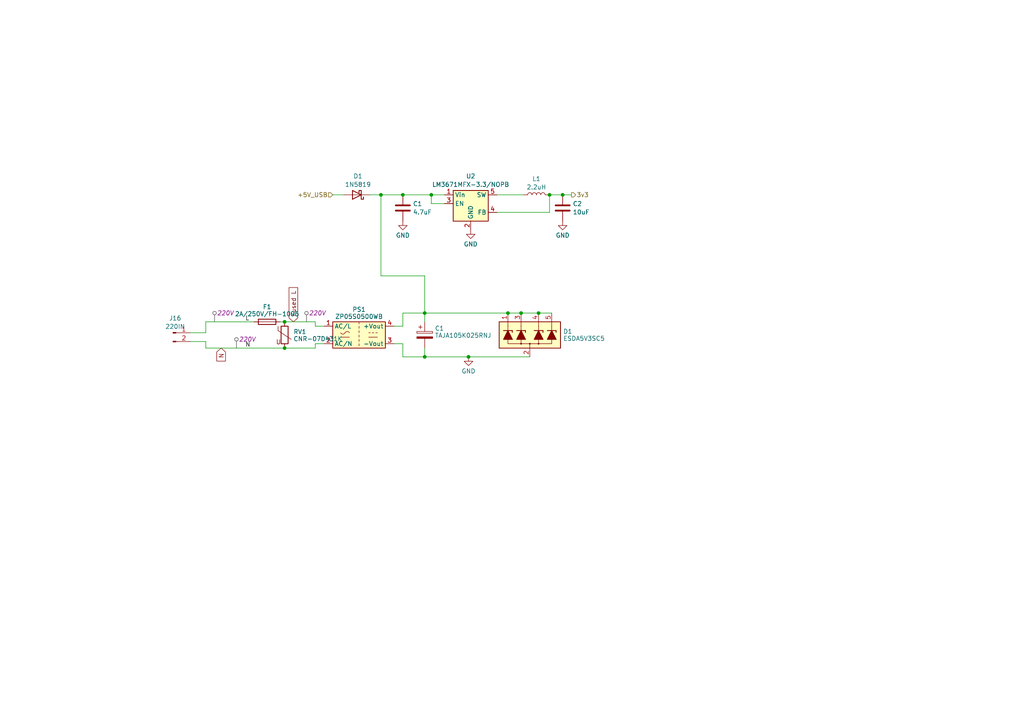
<source format=kicad_sch>
(kicad_sch (version 20230121) (generator eeschema)
  (paper "A4")
  (lib_symbols
    (symbol "Capacitor_AKL:CP_SMD_Tantalum_Kemet-A_3216" (pin_numbers hide) (pin_names (offset 0.254))
      (property "Reference" "C" (at 0.635 2.54 0))
      (property "Value" "CP_SMD_Tantalum_Kemet-A_3216" (at 0.635 -2.54 0))
      (symbol "CP_SMD_Tantalum_Kemet-A_3216_0_1"
        (rectangle (start -2.286 0.508) (end 2.286 1.016))
        (polyline (pts (xy -1.778 2.286) (xy -0.762 2.286)))
        (polyline (pts (xy -1.27 2.794) (xy -1.27 1.778)))
        (rectangle (start 2.286 -0.508) (end -2.286 -1.016) (fill (type outline)))
      )
      (symbol "CP_SMD_Tantalum_Kemet-A_3216_1_1"
        (pin passive line (at 0 3.81 270) (length 2.794) (name "~") (number "1"))
        (pin passive line (at 0 -3.81 90) (length 2.794) (name "~") (number "2"))
      )
    )
    (symbol "Capacitor_AKL:C_0805" (pin_numbers hide) (pin_names (offset 0.254))
      (property "Reference" "C" (at 0.635 2.54 0))
      (property "Value" "C_0805" (at 0.635 -2.54 0))
      (symbol "C_0805_0_1"
        (polyline (pts (xy -2.032 -0.762) (xy 2.032 -0.762)) (stroke (width 0.508)))
        (polyline (pts (xy -2.032 0.762) (xy 2.032 0.762)) (stroke (width 0.508)))
      )
      (symbol "C_0805_1_1"
        (pin passive line (at 0 3.81 270) (length 2.794) (name "~") (number "1"))
        (pin passive line (at 0 -3.81 90) (length 2.794) (name "~") (number "2"))
      )
    )
    (symbol "Connector:Conn_01x02_Pin" (pin_names (offset 1.016) hide)
      (property "Reference" "J" (at 0 2.54 0))
      (property "Value" "Conn_01x02_Pin" (at 0 -5.08 0))
      (symbol "Conn_01x02_Pin_1_1"
        (polyline (pts (xy 1.27 -2.54) (xy 0.8636 -2.54)) (stroke (width 0.1524)))
        (polyline (pts (xy 1.27 0) (xy 0.8636 0)) (stroke (width 0.1524)))
        (rectangle (start 0.8636 -2.413) (end 0 -2.667) (stroke (width 0.1524)) (fill (type outline)))
        (rectangle (start 0.8636 0.127) (end 0 -0.127) (stroke (width 0.1524)) (fill (type outline)))
        (pin passive line (at 5.08 0 180) (length 3.81) (name "Pin_1") (number "1"))
        (pin passive line (at 5.08 -2.54 180) (length 3.81) (name "Pin_2") (number "2"))
      )
    )
    (symbol "Converter_ACDC:HLK-5M03"
      (property "Reference" "PS" (at 0 5.08 0))
      (property "Value" "HLK-5M03" (at 0 -5.08 0))
      (symbol "HLK-5M03_0_1"
        (rectangle (start -7.62 3.81) (end 7.62 -3.81) (stroke (width 0.254)) (fill (type background)))
        (arc (start -5.334 0.635) (mid -4.699 0.2495) (end -4.064 0.635))
        (arc (start -2.794 0.635) (mid -3.429 1.0072) (end -4.064 0.635))
        (polyline (pts (xy -5.334 -0.635) (xy -2.794 -0.635)))
        (polyline (pts (xy 0 -2.54) (xy 0 -3.175)))
        (polyline (pts (xy 0 -1.27) (xy 0 -1.905)))
        (polyline (pts (xy 0 0) (xy 0 -0.635)))
        (polyline (pts (xy 0 1.27) (xy 0 0.635)))
        (polyline (pts (xy 0 2.54) (xy 0 1.905)))
        (polyline (pts (xy 0 3.81) (xy 0 3.175)))
        (polyline (pts (xy 2.794 -0.635) (xy 5.334 -0.635)))
        (polyline (pts (xy 2.794 0.635) (xy 3.302 0.635)))
        (polyline (pts (xy 3.81 0.635) (xy 4.318 0.635)))
        (polyline (pts (xy 4.826 0.635) (xy 5.334 0.635)))
      )
      (symbol "HLK-5M03_1_1"
        (pin power_in line (at -10.16 2.54 0) (length 2.54) (name "AC/L") (number "1"))
        (pin power_in line (at -10.16 -2.54 0) (length 2.54) (name "AC/N") (number "2"))
        (pin power_out line (at 10.16 -2.54 180) (length 2.54) (name "-Vout") (number "3"))
        (pin power_out line (at 10.16 2.54 180) (length 2.54) (name "+Vout") (number "4"))
      )
    )
    (symbol "Device:Fuse" (pin_numbers hide) (pin_names (offset 0))
      (property "Reference" "F" (at 2.032 0 90))
      (property "Value" "Fuse" (at -1.905 0 90))
      (symbol "Fuse_0_1"
        (rectangle (start -0.762 -2.54) (end 0.762 2.54) (stroke (width 0.254)))
        (polyline (pts (xy 0 2.54) (xy 0 -2.54)))
      )
      (symbol "Fuse_1_1"
        (pin passive line (at 0 3.81 270) (length 1.27) (name "~") (number "1"))
        (pin passive line (at 0 -3.81 90) (length 1.27) (name "~") (number "2"))
      )
    )
    (symbol "Device:L" (pin_numbers hide) (pin_names (offset 1.016) hide)
      (property "Reference" "L" (at -1.27 0 90))
      (property "Value" "L" (at 1.905 0 90))
      (symbol "L_0_1"
        (arc (start 0 -2.54) (mid 0.6323 -1.905) (end 0 -1.27))
        (arc (start 0 -1.27) (mid 0.6323 -0.635) (end 0 0))
        (arc (start 0 0) (mid 0.6323 0.635) (end 0 1.27))
        (arc (start 0 1.27) (mid 0.6323 1.905) (end 0 2.54))
      )
      (symbol "L_1_1"
        (pin passive line (at 0 3.81 270) (length 1.27) (name "1") (number "1"))
        (pin passive line (at 0 -3.81 90) (length 1.27) (name "2") (number "2"))
      )
    )
    (symbol "Device:Varistor" (pin_numbers hide) (pin_names (offset 0))
      (property "Reference" "RV" (at 3.175 0 90))
      (property "Value" "Varistor" (at -3.175 0 90))
      (symbol "Varistor_0_0"
        (text "U" (at -1.778 -2.032 0) (effects (font (size 1.27 1.27))))
      )
      (symbol "Varistor_0_1"
        (rectangle (start -1.016 -2.54) (end 1.016 2.54) (stroke (width 0.254)))
        (polyline (pts (xy -1.905 2.54) (xy -1.905 1.27) (xy 1.905 -1.27)))
      )
      (symbol "Varistor_1_1"
        (pin passive line (at 0 3.81 270) (length 1.27) (name "~") (number "1"))
        (pin passive line (at 0 -3.81 90) (length 1.27) (name "~") (number "2"))
      )
    )
    (symbol "Diode:1N5819" (pin_numbers hide) (pin_names (offset 1.016) hide)
      (property "Reference" "D" (at 0 2.54 0))
      (property "Value" "1N5819" (at 0 -2.54 0))
      (symbol "1N5819_0_1"
        (polyline (pts (xy 1.27 0) (xy -1.27 0)))
        (polyline (pts (xy 1.27 1.27) (xy 1.27 -1.27) (xy -1.27 0) (xy 1.27 1.27)) (stroke (width 0.254)))
        (polyline (pts (xy -1.905 0.635) (xy -1.905 1.27) (xy -1.27 1.27) (xy -1.27 -1.27) (xy -0.635 -1.27) (xy -0.635 -0.635)) (stroke (width 0.254)))
      )
      (symbol "1N5819_1_1"
        (pin passive line (at -3.81 0 0) (length 2.54) (name "K") (number "1"))
        (pin passive line (at 3.81 0 180) (length 2.54) (name "A") (number "2"))
      )
    )
    (symbol "PCM_Diode_TVS_AKL:ESDA5V3SC5" (pin_names (offset 1.016) hide)
      (property "Reference" "D" (at 10.16 1.27 0))
      (property "Value" "ESDA5V3SC5" (at 10.16 -1.27 0))
      (symbol "ESDA5V3SC5_0_1"
        (circle (center -2.54 -2.54) (radius 0.1778) (fill (type outline)))
        (circle (center 0 -2.54) (radius 0.1778) (fill (type outline)))
        (polyline (pts (xy -6.35 1.27) (xy -6.35 2.54)))
        (polyline (pts (xy -6.35 2.54) (xy -6.35 3.81)))
        (polyline (pts (xy -2.54 -2.54) (xy -2.54 -1.27)))
        (polyline (pts (xy -2.54 1.27) (xy -2.54 2.54)))
        (polyline (pts (xy -2.54 2.54) (xy -2.54 3.81)))
        (polyline (pts (xy 0 -3.81) (xy 0 -2.54)))
        (polyline (pts (xy 2.54 -2.54) (xy 2.54 -1.27)))
        (polyline (pts (xy 2.54 1.27) (xy 2.54 2.54)))
        (polyline (pts (xy 2.54 2.54) (xy 2.54 3.81)))
        (polyline (pts (xy 6.35 1.27) (xy 6.35 2.54)))
        (polyline (pts (xy 6.35 2.54) (xy 6.35 3.81)))
        (polyline (pts (xy 6.35 -1.27) (xy 6.35 -2.54) (xy -6.35 -2.54) (xy -6.35 -1.27)))
        (circle (center 2.54 -2.54) (radius 0.1778) (fill (type outline)))
        (rectangle (start 8.89 3.81) (end -8.89 -3.81) (stroke (width 0.254)) (fill (type background)))
      )
      (symbol "ESDA5V3SC5_1_1"
        (polyline (pts (xy -7.62 1.27) (xy -5.08 1.27)) (stroke (width 0.254)))
        (polyline (pts (xy -6.35 -1.27) (xy -6.35 1.27)))
        (polyline (pts (xy -5.08 1.27) (xy -5.08 0.762)) (stroke (width 0.254)))
        (polyline (pts (xy -3.81 1.27) (xy -1.27 1.27)) (stroke (width 0.254)))
        (polyline (pts (xy -2.54 -1.27) (xy -2.54 1.27)))
        (polyline (pts (xy -1.27 1.27) (xy -1.27 0.762)) (stroke (width 0.254)))
        (polyline (pts (xy 1.27 1.27) (xy 3.81 1.27)) (stroke (width 0.254)))
        (polyline (pts (xy 2.54 -1.27) (xy 2.54 1.27)))
        (polyline (pts (xy 3.81 1.27) (xy 3.81 0.762)) (stroke (width 0.254)))
        (polyline (pts (xy 5.08 1.27) (xy 7.62 1.27)) (stroke (width 0.254)))
        (polyline (pts (xy 6.35 -1.27) (xy 6.35 1.27)))
        (polyline (pts (xy 7.62 1.27) (xy 7.62 0.762)) (stroke (width 0.254)))
        (polyline (pts (xy -5.08 -1.27) (xy -7.62 -1.27) (xy -6.35 1.27) (xy -5.08 -1.27)) (stroke (width 0.254)) (fill (type outline)))
        (polyline (pts (xy -1.27 -1.27) (xy -3.81 -1.27) (xy -2.54 1.27) (xy -1.27 -1.27)) (stroke (width 0.254)) (fill (type outline)))
        (polyline (pts (xy 3.81 -1.27) (xy 1.27 -1.27) (xy 2.54 1.27) (xy 3.81 -1.27)) (stroke (width 0.254)) (fill (type outline)))
        (polyline (pts (xy 7.62 -1.27) (xy 5.08 -1.27) (xy 6.35 1.27) (xy 7.62 -1.27)) (stroke (width 0.254)) (fill (type outline)))
        (pin passive line (at -6.35 6.35 270) (length 2.54) (name "L1") (number "1"))
        (pin passive line (at 0 -6.35 90) (length 2.54) (name "VN") (number "2"))
        (pin passive line (at -2.54 6.35 270) (length 2.54) (name "L2") (number "3"))
        (pin passive line (at 2.54 6.35 270) (length 2.54) (name "L3") (number "4"))
        (pin passive line (at 6.35 6.35 270) (length 2.54) (name "L4") (number "5"))
      )
    )
    (symbol "Regulator_Switching:LM3670MF"
      (property "Reference" "U" (at -5.08 5.08 0))
      (property "Value" "LM3670MF" (at 0 5.08 0))
      (symbol "LM3670MF_0_1"
        (rectangle (start -5.08 3.81) (end 5.08 -5.08) (stroke (width 0.254)) (fill (type background)))
      )
      (symbol "LM3670MF_1_1"
        (pin power_in line (at -7.62 2.54 0) (length 2.54) (name "Vin") (number "1"))
        (pin power_in line (at 0 -7.62 90) (length 2.54) (name "GND") (number "2"))
        (pin input line (at -7.62 0 0) (length 2.54) (name "EN") (number "3"))
        (pin input line (at 7.62 -2.54 180) (length 2.54) (name "FB") (number "4"))
        (pin input line (at 7.62 2.54 180) (length 2.54) (name "SW") (number "5"))
      )
    )
    (symbol "power:GND" (power) (pin_names (offset 0))
      (property "Value" "GND" (at 0 -3.81 0))
      (symbol "GND_0_1"
        (polyline (pts (xy 0 0) (xy 0 -1.27) (xy 1.27 -1.27) (xy 0 -2.54) (xy -1.27 -1.27) (xy 0 -1.27)))
      )
      (symbol "GND_1_1"
        (pin power_in line (at 0 0 270) (length 0) hide (name "GND") (number "1"))
      )
    )
  )
  (junction (at 156.21 90.805))
  (junction (at 151.13 90.805))
  (junction (at 159.385 56.515))
  (junction (at 125.095 56.515))
  (junction (at 110.49 56.515))
  (junction (at 123.19 90.805))
  (junction (at 135.89 103.505))
  (junction (at 116.84 56.515))
  (junction (at 163.195 56.515))
  (junction (at 147.32 90.805))
  (junction (at 123.19 103.505))
  (junction (at 82.55 93.345))
  (junction (at 82.55 100.965))
  (wire (pts (xy 114.3 99.695) (xy 116.84 99.695)))
  (wire (pts (xy 125.095 59.055) (xy 125.095 56.515)))
  (wire (pts (xy 151.13 90.805) (xy 147.32 90.805)))
  (wire (pts (xy 123.19 90.805) (xy 147.32 90.805)))
  (wire (pts (xy 96.52 56.515) (xy 99.695 56.515)))
  (wire (pts (xy 114.3 94.615) (xy 116.84 94.615)))
  (wire (pts (xy 125.095 56.515) (xy 128.905 56.515)))
  (wire (pts (xy 144.145 61.595) (xy 159.385 61.595)))
  (wire (pts (xy 163.195 56.515) (xy 165.735 56.515)))
  (wire (pts (xy 110.49 56.515) (xy 110.49 80.01)))
  (wire (pts (xy 107.315 56.515) (xy 110.49 56.515)))
  (wire (pts (xy 82.55 100.965) (xy 91.44 100.965)))
  (wire (pts (xy 91.44 94.615) (xy 93.98 94.615)))
  (wire (pts (xy 59.69 93.345) (xy 73.66 93.345)))
  (wire (pts (xy 59.69 99.06) (xy 59.69 100.965)))
  (wire (pts (xy 123.19 100.965) (xy 123.19 103.505)))
  (wire (pts (xy 81.28 93.345) (xy 82.55 93.345)))
  (wire (pts (xy 116.84 99.695) (xy 116.84 103.505)))
  (wire (pts (xy 123.19 90.805) (xy 123.19 93.345)))
  (wire (pts (xy 110.49 80.01) (xy 123.19 80.01)))
  (wire (pts (xy 55.245 96.52) (xy 59.69 96.52)))
  (wire (pts (xy 123.19 80.01) (xy 123.19 90.805)))
  (wire (pts (xy 59.69 100.965) (xy 82.55 100.965)))
  (wire (pts (xy 55.245 99.06) (xy 59.69 99.06)))
  (wire (pts (xy 91.44 93.345) (xy 91.44 94.615)))
  (wire (pts (xy 110.49 56.515) (xy 116.84 56.515)))
  (wire (pts (xy 156.21 90.805) (xy 151.13 90.805)))
  (wire (pts (xy 159.385 61.595) (xy 159.385 56.515)))
  (wire (pts (xy 156.21 90.805) (xy 160.02 90.805)))
  (wire (pts (xy 159.385 56.515) (xy 163.195 56.515)))
  (wire (pts (xy 59.69 96.52) (xy 59.69 93.345)))
  (wire (pts (xy 116.84 103.505) (xy 123.19 103.505)))
  (wire (pts (xy 135.89 103.505) (xy 153.67 103.505)))
  (wire (pts (xy 91.44 99.695) (xy 93.98 99.695)))
  (wire (pts (xy 116.84 90.805) (xy 123.19 90.805)))
  (wire (pts (xy 123.19 103.505) (xy 135.89 103.505)))
  (wire (pts (xy 91.44 100.965) (xy 91.44 99.695)))
  (wire (pts (xy 82.55 93.345) (xy 91.44 93.345)))
  (wire (pts (xy 128.905 59.055) (xy 125.095 59.055)))
  (wire (pts (xy 116.84 56.515) (xy 125.095 56.515)))
  (wire (pts (xy 144.145 56.515) (xy 151.765 56.515)))
  (wire (pts (xy 116.84 94.615) (xy 116.84 90.805)))
  (label "N" (at 71.12 100.965 0))
  (label "L" (at 71.12 93.345 0))
  (global_label "N" (shape input) (at 64.135 100.965 270) (property "Intersheetrefs" "${INTERSHEET_REFS}" (effects hide)))
  (global_label "Fused L" (shape input) (at 85.09 93.345 90) (property "Intersheetrefs" "${INTERSHEET_REFS}" (effects hide)))
  (hierarchical_label "+5V_USB" (shape input) (at 96.52 56.515 180))
  (hierarchical_label "3v3" (shape output) (at 165.735 56.515 0))
  (netclass_flag "" (length 2.54) (shape round) (at 88.9 93.345 0) (property "Netclass" "220V" (at 89.5985 90.805 0) (effects (font italic) (justify left))))
  (netclass_flag "" (length 2.54) (shape round) (at 62.23 93.345 0) (property "Netclass" "220V" (at 62.9285 90.805 0) (effects (font italic) (justify left))))
  (netclass_flag "" (length 2.54) (shape round) (at 68.58 100.965 0) (property "Netclass" "220V" (at 69.2785 98.425 0) (effects (font italic) (justify left))))
  (symbol (lib_id "Device:L") (at 155.575 56.515 90) (unit 1)
    (property "Reference" "L1" (at 155.575 51.8654 90))
    (property "Value" "2.2uH" (at 155.575 54.2896 90))
    (property "Footprint" "Inductor_SMD:L_0805_2012Metric" (effects hide))
  )
  (symbol (lib_id "Capacitor_AKL:C_0805") (at 163.195 60.325 0) (unit 1)
    (property "Reference" "C2" (at 166.116 59.1129 0) (effects (justify left)))
    (property "Value" "10uF" (at 166.116 61.5371 0) (effects (justify left)))
    (property "Footprint" "Capacitor_SMD_AKL:C_0805_2012Metric" (effects hide))
    (instances (project "esp32_module" (path "" (reference "C2") (unit 1))) (project "uhc-12" (path "" (reference "C3") (unit 1))) (project "uhc-4" (path "" (reference "C3") (unit 1))))
  )
  (symbol (lib_id "PCM_Diode_TVS_AKL:ESDA5V3SC5") (at 153.67 97.155 0) (unit 1)
    (property "Reference" "D1" (at 163.322 96.131 0) (effects (justify left)))
    (property "Value" "ESDA5V3SC5" (at 163.322 98.179 0) (effects (justify left)))
    (property "Footprint" "Package_TO_SOT_SMD_AKL:SOT-23-5" (effects hide))
    (property "Datasheet" "https://www.tme.eu/Document/655f0152782971dfcf5646da23715810/ESDAxxSCx.pdf" (effects hide))
    (instances (project "uhc-12" (path "" (reference "D1") (unit 1)) (path "" (reference "D2") (unit 1))) (project "uhc-4" (path "" (reference "D2") (unit 1))))
  )
  (symbol (lib_id "power:GND") (at 116.84 64.135 0) (unit 1)
    (property "Reference" "#PWR01" (effects hide))
    (property "Value" "GND" (at 116.84 68.2681 0))
    (instances (project "esp32_module" (path "" (reference "#PWR01") (unit 1))) (project "uhc-12" (path "" (reference "#PWR017") (unit 1))) (project "uhc-4" (path "" (reference "#PWR03") (unit 1))))
  )
  (symbol (lib_id "Capacitor_AKL:C_0805") (at 116.84 60.325 0) (unit 1)
    (property "Reference" "C1" (at 119.761 59.1129 0) (effects (justify left)))
    (property "Value" "4.7uF" (at 119.761 61.5371 0) (effects (justify left)))
    (property "Footprint" "Capacitor_SMD_AKL:C_0805_2012Metric" (effects hide))
  )
  (symbol (lib_id "Regulator_Switching:LM3670MF") (at 136.525 59.055 0) (unit 1)
    (property "Reference" "U2" (at 136.525 51.1007 0))
    (property "Value" "LM3671MFX-3.3/NOPB\n" (at 136.525 53.5249 0))
    (property "Footprint" "Package_TO_SOT_SMD:TSOT-23-5" (effects hide))
    (property "Datasheet" "http://www.ti.com/lit/ds/symlink/lm3670.pdf" (effects hide))
  )
  (symbol (lib_id "Device:Varistor") (at 82.55 97.155 0) (unit 1)
    (property "Reference" "RV1" (at 85.0899 96.2302 0) (effects (justify left)))
    (property "Value" "CNR-07D431K" (at 85.0899 98.2782 0) (effects (justify left)))
    (property "Footprint" "Varistor:RV_Disc_D9mm_W5.2mm_P5mm" (effects hide))
    (property "Sim.Name" "kicad_builtin_varistor" (effects hide))
    (property "Sim.Device" "SUBCKT" (effects hide))
    (property "Sim.Pins" "1=A 2=B" (effects hide))
    (property "Sim.Params" "threshold=1k" (effects hide))
    (property "Sim.Library" "${KICAD7_SYMBOL_DIR}/Simulation_SPICE.sp" (effects hide))
  )
  (symbol (lib_id "Converter_ACDC:HLK-5M03") (at 104.14 97.155 0) (unit 1)
    (property "Reference" "PS1" (at 104.14 89.765 0))
    (property "Value" "ZP05S0500WB" (at 104.14 91.813 0))
    (property "Footprint" "My Footprints:ZP05SXX00WB" (effects hide))
    (property "Datasheet" "http://h.hlktech.com/download/ACDC%E7%94%B5%E6%BA%90%E6%A8%A1%E5%9D%975W%E7%B3%BB%E5%88%97/1/%E6%B5%B7%E5%87%8C%E7%A7%915W%E7%B3%BB%E5%88%97%E7%94%B5%E6%BA%90%E6%A8%A1%E5%9D%97%E8%A7%84%E6%A0%BC%E4%B9%A6V2.8.pdf" (effects hide))
  )
  (symbol (lib_id "Diode:1N5819") (at 103.505 56.515 180) (unit 1)
    (property "Reference" "D1" (at 103.8225 51.1007 0))
    (property "Value" "1N5819" (at 103.8225 53.5249 0))
    (property "Footprint" "Diode_SMD_AKL:D_SOD-123" (effects hide))
    (property "Datasheet" "http://www.vishay.com/docs/88525/1n5817.pdf" (effects hide))
    (property "JLCPCB Part #" "C3033976" (effects hide))
  )
  (symbol (lib_id "power:GND") (at 136.525 66.675 0) (unit 1)
    (property "Reference" "#PWR02" (effects hide))
    (property "Value" "GND" (at 136.525 70.8081 0))
    (instances (project "esp32_module" (path "" (reference "#PWR02") (unit 1))) (project "uhc-12" (path "" (reference "#PWR019") (unit 1))) (project "uhc-4" (path "" (reference "#PWR04") (unit 1))))
  )
  (symbol (lib_id "Capacitor_AKL:CP_SMD_Tantalum_Kemet-A_3216") (at 123.19 97.155 0) (unit 1)
    (property "Reference" "C1" (at 126.111 95.242 0) (effects (justify left)))
    (property "Value" "TAJA105K025RNJ" (at 126.111 97.29 0) (effects (justify left)))
    (property "Footprint" "Capacitor_Tantalum_SMD_AKL:CP_EIA-3216-18_Kemet-A" (effects hide))
    (instances (project "uhc-12" (path "" (reference "C1") (unit 1)) (path "" (reference "C2") (unit 1))) (project "uhc-4" (path "" (reference "C2") (unit 1))))
  )
  (symbol (lib_id "power:GND") (at 163.195 64.135 0) (unit 1)
    (property "Reference" "#PWR03" (effects hide))
    (property "Value" "GND" (at 163.195 68.2681 0))
    (instances (project "esp32_module" (path "" (reference "#PWR03") (unit 1))) (project "uhc-12" (path "" (reference "#PWR020") (unit 1))) (project "uhc-4" (path "" (reference "#PWR06") (unit 1))))
  )
  (symbol (lib_id "power:GND") (at 135.89 103.505 0) (unit 1)
    (property "Reference" "#PWR018" (effects hide))
    (property "Value" "GND" (at 135.89 107.6381 0))
    (instances (project "uhc-12" (path "" (reference "#PWR018") (unit 1))) (project "uhc-4" (path "" (reference "#PWR01") (unit 1))))
  )
  (symbol (lib_id "Device:Fuse") (at 77.47 93.345 90) (unit 1)
    (property "Reference" "F1" (at 77.47 89.003 90))
    (property "Value" "2A/250V/FH-1096" (at 77.47 91.051 90))
    (property "Footprint" "Fuse:Fuseholder_Clip-5x20mm_Bel_FC-203-22_Lateral_P17.80x5.00mm_D1.17mm_Horizontal" (effects hide))
  )
  (symbol (lib_id "Connector:Conn_01x02_Pin") (at 50.165 96.52 0) (unit 1)
    (property "Reference" "J16" (at 50.8 92.2995 0))
    (property "Value" "220IN" (at 50.8 94.7237 0))
    (property "Footprint" "Connector_JST:JST_NV_B02P-NV_1x02_P5.00mm_Vertical" (effects hide))
    (instances (project "uhc-12" (path "" (reference "J16") (unit 1))) (project "uhc-4" (path "" (reference "J7") (unit 1))))
  )
)
</source>
